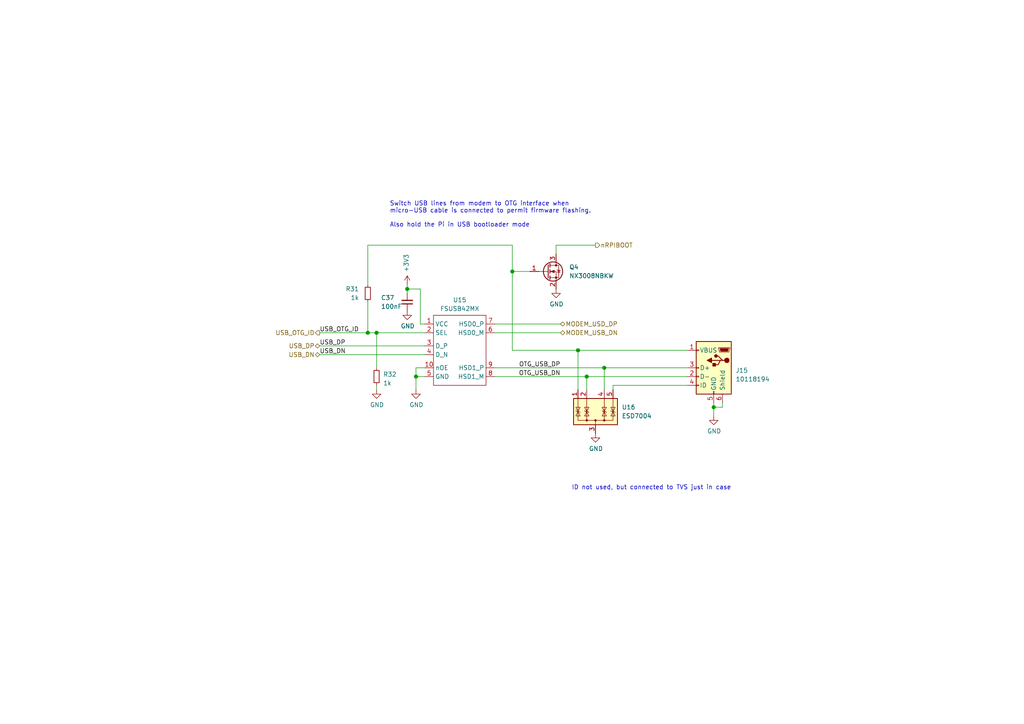
<source format=kicad_sch>
(kicad_sch (version 20210406) (generator eeschema)
  (paper "A4")
  (lib_symbols
    (symbol "CM4IO:FSUSB42MX"
      (property "Reference" "U" (at -7.62 20.32 0))
      (property "Value" "FSUSB42MX" (at -2.54 -2.54 0))
      (symbol "FSUSB42MX_0_0"
        (pin power_in line (at 8.89 16.51 180) (length 2.54) (name "VCC") (number "1"))
        (pin input line (at 8.89 3.81 180) (length 2.54) (name "nOE") (number "10"))
        (pin input line (at 8.89 13.97 180) (length 2.54) (name "SEL") (number "2"))
        (pin bidirectional line (at 8.89 10.16 180) (length 2.54) (name "D_P") (number "3"))
        (pin bidirectional line (at 8.89 7.62 180) (length 2.54) (name "D_N") (number "4"))
        (pin power_in line (at 8.89 1.27 180) (length 2.54) (name "GND") (number "5"))
        (pin bidirectional line (at -11.43 13.97 0) (length 2.54) (name "HSD0_M") (number "6"))
        (pin bidirectional line (at -11.43 16.51 0) (length 2.54) (name "HSD0_P") (number "7"))
        (pin bidirectional line (at -11.43 1.27 0) (length 2.54) (name "HSD1_M") (number "8"))
        (pin bidirectional line (at -11.43 3.81 0) (length 2.54) (name "HSD1_P") (number "9"))
      )
      (symbol "FSUSB42MX_0_1"
        (rectangle (start -8.89 19.05) (end 6.35 -1.27))
      )
    )
    (symbol "Connector:USB_B_Micro" (pin_names (offset 1.016))
      (property "Reference" "J" (at -5.08 11.43 0))
      (property "Value" "USB_B_Micro" (at -5.08 8.89 0))
      (symbol "USB_B_Micro_0_1"
        (circle (center -3.81 2.159) (radius 0.635) (stroke (width 0.254)) (fill (type outline)))
        (circle (center -0.635 3.429) (radius 0.381) (stroke (width 0.254)) (fill (type outline)))
        (rectangle (start -0.127 -7.62) (end 0.127 -6.858))
        (rectangle (start 5.08 -5.207) (end 4.318 -4.953))
        (rectangle (start 5.08 -2.667) (end 4.318 -2.413))
        (rectangle (start 5.08 -0.127) (end 4.318 0.127))
        (rectangle (start 5.08 4.953) (end 4.318 5.207))
        (rectangle (start 0.254 1.27) (end -0.508 0.508) (stroke (width 0.254)) (fill (type outline)))
        (rectangle (start -5.08 -7.62) (end 5.08 7.62) (stroke (width 0.254)) (fill (type background)))
        (polyline (pts (xy -1.905 2.159) (xy 0.635 2.159)) (stroke (width 0.254)))
        (polyline (pts (xy -3.175 2.159) (xy -2.54 2.159) (xy -1.27 3.429) (xy -0.635 3.429)) (stroke (width 0.254)))
        (polyline (pts (xy -2.54 2.159) (xy -1.905 2.159) (xy -1.27 0.889) (xy 0 0.889)) (stroke (width 0.254)))
        (polyline (pts (xy -4.699 5.842) (xy -4.699 5.588) (xy -4.445 4.826) (xy -4.445 4.572) (xy -1.651 4.572) (xy -1.651 4.826) (xy -1.397 5.588) (xy -1.397 5.842) (xy -4.699 5.842)))
        (polyline (pts (xy 0.635 2.794) (xy 0.635 1.524) (xy 1.905 2.159) (xy 0.635 2.794)) (stroke (width 0.254)) (fill (type outline)))
        (polyline (pts (xy -4.318 5.588) (xy -1.778 5.588) (xy -2.032 4.826) (xy -4.064 4.826) (xy -4.318 5.588)) (fill (type outline)))
      )
      (symbol "USB_B_Micro_1_1"
        (pin power_out line (at 7.62 5.08 180) (length 2.54) (name "VBUS") (number "1"))
        (pin bidirectional line (at 7.62 -2.54 180) (length 2.54) (name "D-") (number "2"))
        (pin bidirectional line (at 7.62 0 180) (length 2.54) (name "D+") (number "3"))
        (pin passive line (at 7.62 -5.08 180) (length 2.54) (name "ID") (number "4"))
        (pin power_out line (at 0 -10.16 90) (length 2.54) (name "GND") (number "5"))
        (pin passive line (at -2.54 -10.16 90) (length 2.54) (name "Shield") (number "6"))
      )
    )
    (symbol "Device:C_Small" (pin_numbers hide) (pin_names (offset 0.254) hide)
      (property "Reference" "C" (at 0.254 1.778 0))
      (property "Value" "C_Small" (at 0.254 -2.032 0))
      (symbol "C_Small_0_1"
        (polyline (pts (xy -1.524 -0.508) (xy 1.524 -0.508)) (stroke (width 0.3302)))
        (polyline (pts (xy -1.524 0.508) (xy 1.524 0.508)) (stroke (width 0.3048)))
      )
      (symbol "C_Small_1_1"
        (pin passive line (at 0 2.54 270) (length 2.032) (name "~") (number "1"))
        (pin passive line (at 0 -2.54 90) (length 2.032) (name "~") (number "2"))
      )
    )
    (symbol "Device:Q_NMOS_GSD" (pin_names (offset 0) hide)
      (property "Reference" "Q" (at 5.08 1.27 0))
      (property "Value" "Q_NMOS_GSD" (at 5.08 -1.27 0))
      (symbol "Q_NMOS_GSD_0_1"
        (circle (center 1.651 0) (radius 2.794) (stroke (width 0.254)))
        (circle (center 2.54 -1.778) (radius 0.254) (fill (type outline)))
        (circle (center 2.54 1.778) (radius 0.254) (fill (type outline)))
        (polyline (pts (xy 0.254 0) (xy -2.54 0)))
        (polyline (pts (xy 0.254 1.905) (xy 0.254 -1.905)) (stroke (width 0.254)))
        (polyline (pts (xy 0.762 -1.27) (xy 0.762 -2.286)) (stroke (width 0.254)))
        (polyline (pts (xy 0.762 0.508) (xy 0.762 -0.508)) (stroke (width 0.254)))
        (polyline (pts (xy 0.762 2.286) (xy 0.762 1.27)) (stroke (width 0.254)))
        (polyline (pts (xy 2.54 2.54) (xy 2.54 1.778)))
        (polyline (pts (xy 2.54 -2.54) (xy 2.54 0) (xy 0.762 0)))
        (polyline (pts (xy 0.762 -1.778) (xy 3.302 -1.778) (xy 3.302 1.778) (xy 0.762 1.778)))
        (polyline (pts (xy 2.794 0.508) (xy 2.921 0.381) (xy 3.683 0.381) (xy 3.81 0.254)))
        (polyline (pts (xy 3.302 0.381) (xy 2.921 -0.254) (xy 3.683 -0.254) (xy 3.302 0.381)))
        (polyline (pts (xy 1.016 0) (xy 2.032 0.381) (xy 2.032 -0.381) (xy 1.016 0)) (fill (type outline)))
      )
      (symbol "Q_NMOS_GSD_1_1"
        (pin input line (at -5.08 0 0) (length 2.54) (name "G") (number "1"))
        (pin passive line (at 2.54 -5.08 90) (length 2.54) (name "S") (number "2"))
        (pin passive line (at 2.54 5.08 270) (length 2.54) (name "D") (number "3"))
      )
    )
    (symbol "Device:R_Small" (pin_numbers hide) (pin_names (offset 0.254) hide)
      (property "Reference" "R" (at 0.762 0.508 0))
      (property "Value" "R_Small" (at 0.762 -1.016 0))
      (symbol "R_Small_0_1"
        (rectangle (start -0.762 1.778) (end 0.762 -1.778) (stroke (width 0.2032)))
      )
      (symbol "R_Small_1_1"
        (pin passive line (at 0 2.54 270) (length 0.762) (name "~") (number "1"))
        (pin passive line (at 0 -2.54 90) (length 0.762) (name "~") (number "2"))
      )
    )
    (symbol "Power_Protection:TPD4E02B04DQA" (pin_names hide)
      (property "Reference" "U" (at 7.62 3.81 0))
      (property "Value" "TPD4E02B04DQA" (at 7.62 1.905 0))
      (symbol "TPD4E02B04DQA_0_0"
        (pin passive line (at 0 -5.08 90) (length 2.54) (name "G") (number "3"))
      )
      (symbol "TPD4E02B04DQA_0_1"
        (circle (center 0 -1.27) (radius 0.254) (fill (type outline)))
        (circle (center 2.54 -1.27) (radius 0.254) (fill (type outline)))
        (rectangle (start -6.35 5.08) (end 6.35 -2.54) (stroke (width 0.254)) (fill (type background)))
        (polyline (pts (xy -2.54 5.08) (xy -2.54 -1.27)))
        (polyline (pts (xy 0 -1.27) (xy 0 -2.54)))
        (polyline (pts (xy 2.54 5.08) (xy 2.54 -1.27)))
        (polyline (pts (xy -5.08 5.08) (xy -5.08 -1.27) (xy 5.08 -1.27) (xy 5.08 5.08)))
        (polyline (pts (xy -4.445 0) (xy -5.715 0) (xy -5.08 1.27) (xy -4.445 0)))
        (polyline (pts (xy -3.175 1.524) (xy -2.921 1.27) (xy -2.159 1.27) (xy -1.905 1.016)))
        (polyline (pts (xy -2.54 1.27) (xy -1.905 0) (xy -3.175 0) (xy -2.54 1.27)))
        (polyline (pts (xy 2.54 1.27) (xy 1.905 0) (xy 3.175 0) (xy 2.54 1.27)))
        (polyline (pts (xy 5.08 1.27) (xy 4.445 0) (xy 5.715 0) (xy 5.08 1.27)))
      )
      (symbol "TPD4E02B04DQA_1_1"
        (circle (center -2.54 -1.27) (radius 0.254) (fill (type outline)))
        (polyline (pts (xy -5.715 1.524) (xy -5.461 1.27) (xy -4.699 1.27) (xy -4.445 1.016)))
        (polyline (pts (xy -5.08 1.27) (xy -5.715 2.54) (xy -4.445 2.54) (xy -5.08 1.27)))
        (polyline (pts (xy -2.54 1.27) (xy -3.175 2.54) (xy -1.905 2.54) (xy -2.54 1.27)))
        (polyline (pts (xy 1.905 1.524) (xy 2.159 1.27) (xy 2.921 1.27) (xy 3.175 1.016)))
        (polyline (pts (xy 2.54 1.27) (xy 1.905 2.54) (xy 3.175 2.54) (xy 2.54 1.27)))
        (polyline (pts (xy 4.445 1.524) (xy 4.699 1.27) (xy 5.461 1.27) (xy 5.715 1.016)))
        (polyline (pts (xy 5.08 1.27) (xy 4.445 2.54) (xy 5.715 2.54) (xy 5.08 1.27)))
        (pin passive line (at -5.08 7.62 270) (length 2.54) (name "IO1") (number "1"))
        (pin no_connect line (at -5.08 -2.54 90) (length 2.54) hide (name "NC") (number "10"))
        (pin passive line (at -2.54 7.62 270) (length 2.54) (name "IO2") (number "2"))
        (pin passive line (at 2.54 7.62 270) (length 2.54) (name "IO3") (number "4"))
        (pin passive line (at 5.08 7.62 270) (length 2.54) (name "IO4") (number "5"))
        (pin no_connect line (at 5.08 -2.54 90) (length 2.54) hide (name "NC") (number "6"))
        (pin no_connect line (at 2.54 -2.54 90) (length 2.54) hide (name "NC") (number "7"))
        (pin passive line (at 0 -5.08 90) (length 2.54) hide (name "G") (number "8"))
        (pin no_connect line (at -2.54 -2.54 90) (length 2.54) hide (name "NC") (number "9"))
      )
    )
    (symbol "power:+3V3" (power) (pin_names (offset 0))
      (property "Value" "+3V3" (at 0 3.556 0))
      (symbol "+3V3_0_1"
        (polyline (pts (xy -0.762 1.27) (xy 0 2.54)))
        (polyline (pts (xy 0 0) (xy 0 2.54)))
        (polyline (pts (xy 0 2.54) (xy 0.762 1.27)))
      )
      (symbol "+3V3_1_1"
        (pin power_in line (at 0 0 90) (length 0) hide (name "+3V3") (number "1"))
      )
    )
    (symbol "power:GND" (power) (pin_names (offset 0))
      (property "Value" "GND" (at 0 -3.81 0))
      (symbol "GND_0_1"
        (polyline (pts (xy 0 0) (xy 0 -1.27) (xy 1.27 -1.27) (xy 0 -2.54) (xy -1.27 -1.27) (xy 0 -1.27)))
      )
      (symbol "GND_1_1"
        (pin power_in line (at 0 0 270) (length 0) hide (name "GND") (number "1"))
      )
    )
  )
  (junction (at 106.68 96.52) (diameter 1.016))
  (junction (at 109.22 96.52) (diameter 1.016))
  (junction (at 118.11 83.82) (diameter 1.016))
  (junction (at 120.65 109.22) (diameter 1.016))
  (junction (at 148.59 78.74) (diameter 1.016))
  (junction (at 167.64 101.6) (diameter 1.016))
  (junction (at 170.18 109.22) (diameter 1.016))
  (junction (at 175.26 106.68) (diameter 1.016))
  (junction (at 207.01 118.11) (diameter 1.016))
  (wire (pts (xy 92.71 96.52) (xy 106.68 96.52)))
  (wire (pts (xy 92.71 100.33) (xy 123.19 100.33)))
  (wire (pts (xy 92.71 102.87) (xy 123.19 102.87)))
  (wire (pts (xy 106.68 71.12) (xy 148.59 71.12)))
  (wire (pts (xy 106.68 82.55) (xy 106.68 71.12)))
  (wire (pts (xy 106.68 87.63) (xy 106.68 96.52)))
  (wire (pts (xy 106.68 96.52) (xy 109.22 96.52)))
  (wire (pts (xy 109.22 96.52) (xy 109.22 106.68)))
  (wire (pts (xy 109.22 96.52) (xy 123.19 96.52)))
  (wire (pts (xy 109.22 113.03) (xy 109.22 111.76)))
  (wire (pts (xy 118.11 82.55) (xy 118.11 83.82)))
  (wire (pts (xy 118.11 83.82) (xy 118.11 85.09)))
  (wire (pts (xy 118.11 83.82) (xy 121.92 83.82)))
  (wire (pts (xy 120.65 106.68) (xy 120.65 109.22)))
  (wire (pts (xy 120.65 109.22) (xy 120.65 113.03)))
  (wire (pts (xy 120.65 109.22) (xy 123.19 109.22)))
  (wire (pts (xy 121.92 93.98) (xy 121.92 83.82)))
  (wire (pts (xy 123.19 93.98) (xy 121.92 93.98)))
  (wire (pts (xy 123.19 106.68) (xy 120.65 106.68)))
  (wire (pts (xy 143.51 93.98) (xy 162.56 93.98)))
  (wire (pts (xy 143.51 96.52) (xy 162.56 96.52)))
  (wire (pts (xy 143.51 106.68) (xy 175.26 106.68)))
  (wire (pts (xy 143.51 109.22) (xy 170.18 109.22)))
  (wire (pts (xy 148.59 71.12) (xy 148.59 78.74)))
  (wire (pts (xy 148.59 78.74) (xy 148.59 101.6)))
  (wire (pts (xy 148.59 78.74) (xy 153.67 78.74)))
  (wire (pts (xy 148.59 101.6) (xy 167.64 101.6)))
  (wire (pts (xy 161.29 71.12) (xy 172.72 71.12)))
  (wire (pts (xy 161.29 73.66) (xy 161.29 71.12)))
  (wire (pts (xy 167.64 101.6) (xy 167.64 113.03)))
  (wire (pts (xy 167.64 101.6) (xy 199.39 101.6)))
  (wire (pts (xy 170.18 109.22) (xy 170.18 113.03)))
  (wire (pts (xy 170.18 109.22) (xy 199.39 109.22)))
  (wire (pts (xy 175.26 106.68) (xy 175.26 113.03)))
  (wire (pts (xy 175.26 106.68) (xy 199.39 106.68)))
  (wire (pts (xy 177.8 111.76) (xy 177.8 113.03)))
  (wire (pts (xy 199.39 111.76) (xy 177.8 111.76)))
  (wire (pts (xy 207.01 116.84) (xy 207.01 118.11)))
  (wire (pts (xy 207.01 118.11) (xy 207.01 120.65)))
  (wire (pts (xy 207.01 118.11) (xy 209.55 118.11)))
  (wire (pts (xy 209.55 116.84) (xy 209.55 118.11)))
  (text "Switch USB lines from modem to OTG interface when\nmicro-USB cable is connected to permit firmware flashing.\n\nAlso hold the Pi in USB bootloader mode" (at 113.03 66.04 0) (effects (font (size 1.27 1.27)) (justify left bottom)))
  (text "ID not used, but connected to TVS just in case" (at 212.09 142.24 180) (effects (font (size 1.27 1.27)) (justify right bottom)))
  (label "USB_OTG_ID" (at 92.71 96.52 0))
  (label "USB_DP" (at 92.71 100.33 0))
  (label "USB_DN" (at 92.71 102.87 0))
  (label "OTG_USB_DP" (at 162.56 106.68 180))
  (label "OTG_USB_DN" (at 162.56 109.22 180))
  (hierarchical_label "USB_OTG_ID" (shape output) (at 92.71 96.52 180))
  (hierarchical_label "USB_DP" (shape bidirectional) (at 92.71 100.33 180))
  (hierarchical_label "USB_DN" (shape bidirectional) (at 92.71 102.87 180))
  (hierarchical_label "MODEM_USD_DP" (shape bidirectional) (at 162.56 93.98 0))
  (hierarchical_label "MODEM_USB_DN" (shape bidirectional) (at 162.56 96.52 0))
  (hierarchical_label "nRPIBOOT" (shape output) (at 172.72 71.12 0))
  (symbol (lib_id "power:+3V3") (at 118.11 82.55 0) (unit 1)
    (property "Reference" "#PWR0106" (effects hide))
    (property "Value" "+3V3" (at 117.8433 76.3206 90))
  )
  (symbol (lib_id "power:GND") (at 109.22 113.03 0) (unit 1)
    (property "Reference" "#PWR0105" (effects hide))
    (property "Value" "GND" (at 109.347 117.4242 0))
  )
  (symbol (lib_id "power:GND") (at 118.11 90.17 0) (unit 1)
    (property "Reference" "#PWR0107" (effects hide))
    (property "Value" "GND" (at 118.237 94.5642 0))
  )
  (symbol (lib_id "power:GND") (at 120.65 113.03 0) (unit 1)
    (property "Reference" "#PWR0108" (effects hide))
    (property "Value" "GND" (at 120.777 117.4242 0))
  )
  (symbol (lib_id "power:GND") (at 161.29 83.82 0) (unit 1)
    (property "Reference" "#PWR0109" (effects hide))
    (property "Value" "GND" (at 161.417 88.2142 0))
  )
  (symbol (lib_id "power:GND") (at 172.72 125.73 0) (unit 1)
    (property "Reference" "#PWR0110" (effects hide))
    (property "Value" "GND" (at 172.847 130.1242 0))
  )
  (symbol (lib_id "power:GND") (at 207.01 120.65 0) (unit 1)
    (property "Reference" "#PWR0111" (effects hide))
    (property "Value" "GND" (at 207.137 125.0442 0))
  )
  (symbol (lib_id "Device:R_Small") (at 106.68 85.09 0) (mirror x) (unit 1)
    (property "Reference" "R31" (at 104.14 83.82 0) (effects (justify right)))
    (property "Value" "1k" (at 104.14 86.36 0) (effects (justify right)))
    (property "Footprint" "Resistor_SMD:R_0603_1608Metric" (effects hide))
  )
  (symbol (lib_id "Device:R_Small") (at 109.22 109.22 0) (unit 1)
    (property "Reference" "R32" (at 111.125 108.585 0) (effects (justify left)))
    (property "Value" "1k" (at 111.125 111.125 0) (effects (justify left)))
    (property "Footprint" "Resistor_SMD:R_0603_1608Metric" (effects hide))
  )
  (symbol (lib_id "Device:C_Small") (at 118.11 87.63 180) (unit 1)
    (property "Reference" "C37" (at 110.49 86.36 0) (effects (justify right)))
    (property "Value" "100nF" (at 110.49 88.9 0) (effects (justify right)))
    (property "Footprint" "Capacitor_SMD:C_0603_1608Metric" (effects hide))
  )
  (symbol (lib_id "Device:Q_NMOS_GSD") (at 158.75 78.74 0) (unit 1)
    (property "Reference" "Q4" (at 165.1 77.47 0) (effects (justify left)))
    (property "Value" "NX3008NBKW" (at 165.1 80.01 0) (effects (justify left)))
    (property "Footprint" "Package_TO_SOT_SMD:SOT-323_SC-70" (effects hide))
  )
  (symbol (lib_id "Power_Protection:TPD4E02B04DQA") (at 172.72 120.65 0) (unit 1)
    (property "Reference" "U16" (at 180.34 118.11 0) (effects (justify left)))
    (property "Value" "ESD7004" (at 180.34 120.65 0) (effects (justify left)))
    (property "Footprint" "jeffmakes-footprints:USON-10_2.5x1.0mm_P0.5mm" (effects hide))
    (property "Datasheet" "http://www.ti.com/lit/ds/symlink/tpd4e02b04.pdf" (effects hide))
  )
  (symbol (lib_id "Connector:USB_B_Micro") (at 207.01 106.68 0) (mirror y) (unit 1)
    (property "Reference" "J15" (at 213.36 107.4419 0) (effects (justify right)))
    (property "Value" "10118194" (at 213.36 109.9819 0) (effects (justify right)))
    (property "Footprint" "Connector_USB:USB_Micro-B_Amphenol_10118194_Horizontal" (effects hide))
  )
  (symbol (lib_id "CM4IO:FSUSB42MX") (at 132.08 110.49 0) (mirror y) (unit 1)
    (property "Reference" "U15" (at 133.35 86.995 0))
    (property "Value" "FSUSB42MX" (at 133.35 89.535 0))
    (property "Footprint" "Package_SO:MSOP-10_3x3mm_P0.5mm" (effects hide))
  )
)
</source>
